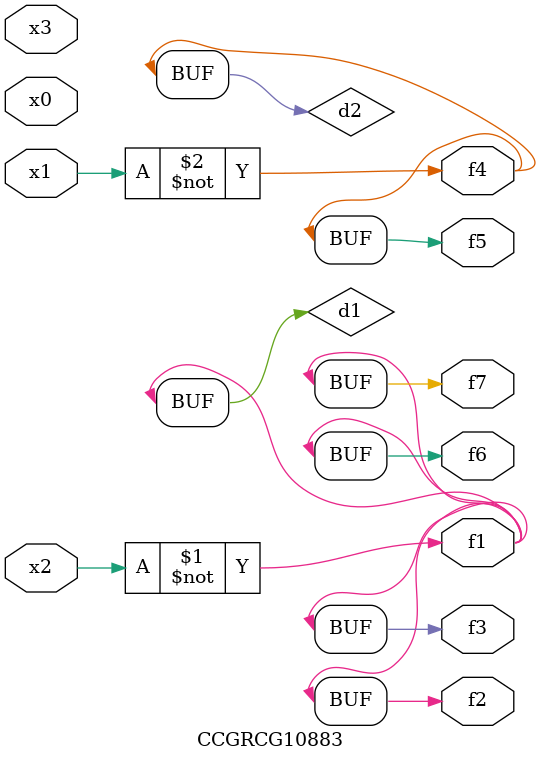
<source format=v>
module CCGRCG10883(
	input x0, x1, x2, x3,
	output f1, f2, f3, f4, f5, f6, f7
);

	wire d1, d2;

	xnor (d1, x2);
	not (d2, x1);
	assign f1 = d1;
	assign f2 = d1;
	assign f3 = d1;
	assign f4 = d2;
	assign f5 = d2;
	assign f6 = d1;
	assign f7 = d1;
endmodule

</source>
